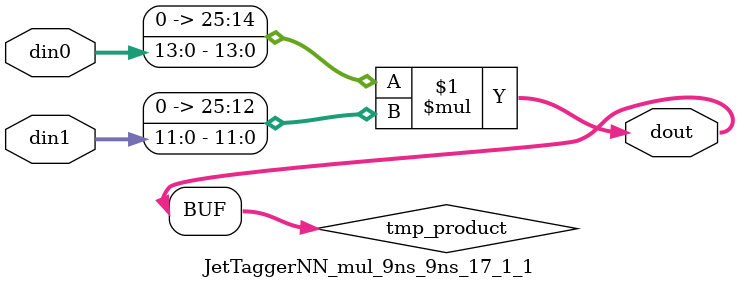
<source format=v>

`timescale 1 ns / 1 ps

  module JetTaggerNN_mul_9ns_9ns_17_1_1(din0, din1, dout);
parameter ID = 1;
parameter NUM_STAGE = 0;
parameter din0_WIDTH = 14;
parameter din1_WIDTH = 12;
parameter dout_WIDTH = 26;

input [din0_WIDTH - 1 : 0] din0; 
input [din1_WIDTH - 1 : 0] din1; 
output [dout_WIDTH - 1 : 0] dout;

wire signed [dout_WIDTH - 1 : 0] tmp_product;










assign tmp_product = $signed({1'b0, din0}) * $signed({1'b0, din1});











assign dout = tmp_product;







endmodule

</source>
